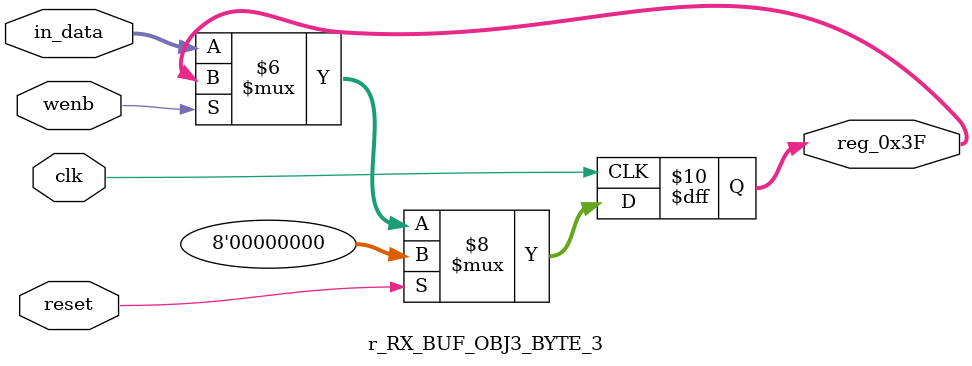
<source format=v>
module r_RX_BUF_OBJ3_BYTE_3(output reg [7:0] reg_0x3F, input wire reset, input wire wenb, input wire [7:0] in_data, input wire clk);
	always@(posedge clk)
	begin
		if(reset==0) begin
			if(wenb==0)
				reg_0x3F<=in_data;
			else
				reg_0x3F<=reg_0x3F;
		end
		else
			reg_0x3F<=8'h00;
	end
endmodule
</source>
